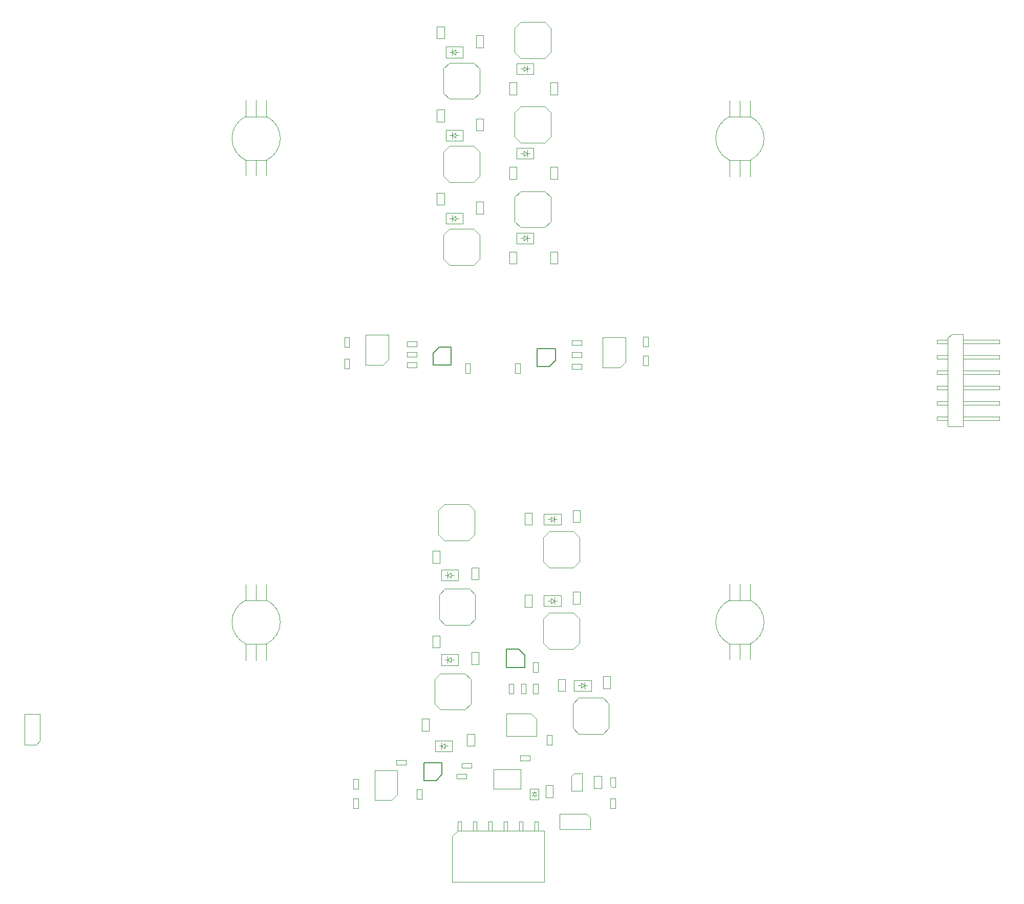
<source format=gbr>
G04 #@! TF.GenerationSoftware,KiCad,Pcbnew,5.1.5-52549c5~84~ubuntu18.04.1*
G04 #@! TF.CreationDate,2020-01-06T19:20:59-07:00*
G04 #@! TF.ProjectId,cob_3x3,636f625f-3378-4332-9e6b-696361645f70,rev?*
G04 #@! TF.SameCoordinates,Original*
G04 #@! TF.FileFunction,Other,Fab,Top*
%FSLAX46Y46*%
G04 Gerber Fmt 4.6, Leading zero omitted, Abs format (unit mm)*
G04 Created by KiCad (PCBNEW 5.1.5-52549c5~84~ubuntu18.04.1) date 2020-01-06 19:20:59*
%MOMM*%
%LPD*%
G04 APERTURE LIST*
%ADD10C,0.100000*%
%ADD11C,0.150000*%
G04 APERTURE END LIST*
D10*
X138309527Y-136374769D02*
G75*
G03X136000000Y-140000000I1690473J-3625231D01*
G01*
X138309527Y-143625231D02*
G75*
G02X136000000Y-140000000I1690473J3625231D01*
G01*
X141690473Y-143625231D02*
G75*
G03X144000000Y-140000000I-1690473J3625231D01*
G01*
X141690473Y-136374769D02*
G75*
G02X144000000Y-140000000I-1690473J-3625231D01*
G01*
X141800000Y-143600000D02*
X138200000Y-143600000D01*
X138200000Y-136400000D02*
X141800000Y-136400000D01*
X138300000Y-143600000D02*
X138300000Y-146200000D01*
X140000000Y-146200000D02*
X140000000Y-143600000D01*
X141700000Y-143600000D02*
X141700000Y-146200000D01*
X141700000Y-136400000D02*
X141700000Y-133700000D01*
X140000000Y-133700000D02*
X140000000Y-136400000D01*
X138300000Y-136400000D02*
X138300000Y-133700000D01*
X221690473Y-143625231D02*
G75*
G03X224000000Y-140000000I-1690473J3625231D01*
G01*
X221690473Y-136374769D02*
G75*
G02X224000000Y-140000000I-1690473J-3625231D01*
G01*
X218309527Y-136374769D02*
G75*
G03X216000000Y-140000000I1690473J-3625231D01*
G01*
X218309527Y-143625231D02*
G75*
G02X216000000Y-140000000I1690473J3625231D01*
G01*
X218200000Y-136400000D02*
X221800000Y-136400000D01*
X221800000Y-143600000D02*
X218200000Y-143600000D01*
X221700000Y-136400000D02*
X221700000Y-133800000D01*
X220000000Y-133800000D02*
X220000000Y-136400000D01*
X218300000Y-136400000D02*
X218300000Y-133800000D01*
X218300000Y-143600000D02*
X218300000Y-146300000D01*
X220000000Y-146300000D02*
X220000000Y-143600000D01*
X221700000Y-143600000D02*
X221700000Y-146300000D01*
X141690473Y-223625231D02*
G75*
G03X144000000Y-220000000I-1690473J3625231D01*
G01*
X141690473Y-216374769D02*
G75*
G02X144000000Y-220000000I-1690473J-3625231D01*
G01*
X138309527Y-216374769D02*
G75*
G03X136000000Y-220000000I1690473J-3625231D01*
G01*
X138309527Y-223625231D02*
G75*
G02X136000000Y-220000000I1690473J3625231D01*
G01*
X138200000Y-216400000D02*
X141800000Y-216400000D01*
X141800000Y-223600000D02*
X138200000Y-223600000D01*
X141700000Y-216400000D02*
X141700000Y-213800000D01*
X140000000Y-213800000D02*
X140000000Y-216400000D01*
X138300000Y-216400000D02*
X138300000Y-213800000D01*
X138300000Y-223600000D02*
X138300000Y-226300000D01*
X140000000Y-226300000D02*
X140000000Y-223600000D01*
X141700000Y-223600000D02*
X141700000Y-226300000D01*
X218309527Y-216374769D02*
G75*
G03X216000000Y-220000000I1690473J-3625231D01*
G01*
X218309527Y-223625231D02*
G75*
G02X216000000Y-220000000I1690473J3625231D01*
G01*
X221690473Y-223625231D02*
G75*
G03X224000000Y-220000000I-1690473J3625231D01*
G01*
X221690473Y-216374769D02*
G75*
G02X224000000Y-220000000I-1690473J-3625231D01*
G01*
X221800000Y-223600000D02*
X218200000Y-223600000D01*
X218200000Y-216400000D02*
X221800000Y-216400000D01*
X218300000Y-223600000D02*
X218300000Y-226200000D01*
X220000000Y-226200000D02*
X220000000Y-223600000D01*
X221700000Y-223600000D02*
X221700000Y-226200000D01*
X221700000Y-216400000D02*
X221700000Y-213700000D01*
X220000000Y-213700000D02*
X220000000Y-216400000D01*
X218300000Y-216400000D02*
X218300000Y-213700000D01*
X194635000Y-251730000D02*
X195270000Y-252365000D01*
X190190000Y-251730000D02*
X194635000Y-251730000D01*
X190190000Y-254270000D02*
X190190000Y-251730000D01*
X195270000Y-254270000D02*
X190190000Y-254270000D01*
X195270000Y-252365000D02*
X195270000Y-254270000D01*
D11*
X189500000Y-176750000D02*
X188500000Y-177750000D01*
X189500000Y-174750000D02*
X189500000Y-176750000D01*
X186500000Y-174750000D02*
X189500000Y-174750000D01*
X186500000Y-177750000D02*
X186500000Y-174750000D01*
X188500000Y-177750000D02*
X186500000Y-177750000D01*
D10*
X201080000Y-176975000D02*
X200140000Y-177915000D01*
X201080000Y-172955000D02*
X201080000Y-176975000D01*
X197320000Y-172955000D02*
X201080000Y-172955000D01*
X197320000Y-177915000D02*
X197320000Y-172955000D01*
X200140000Y-177915000D02*
X197320000Y-177915000D01*
D11*
X169250000Y-175500000D02*
X170250000Y-174500000D01*
X169250000Y-177500000D02*
X169250000Y-175500000D01*
X172250000Y-177500000D02*
X169250000Y-177500000D01*
X172250000Y-174500000D02*
X172250000Y-177500000D01*
X170250000Y-174500000D02*
X172250000Y-174500000D01*
D10*
X161880000Y-176540000D02*
X160940000Y-177480000D01*
X161880000Y-172520000D02*
X161880000Y-176540000D01*
X158120000Y-172520000D02*
X161880000Y-172520000D01*
X158120000Y-177480000D02*
X158120000Y-172520000D01*
X160940000Y-177480000D02*
X158120000Y-177480000D01*
D11*
X170750000Y-245250000D02*
X169750000Y-246250000D01*
X170750000Y-243250000D02*
X170750000Y-245250000D01*
X167750000Y-243250000D02*
X170750000Y-243250000D01*
X167750000Y-246250000D02*
X167750000Y-243250000D01*
X169750000Y-246250000D02*
X167750000Y-246250000D01*
D10*
X163380000Y-248540000D02*
X162440000Y-249480000D01*
X163380000Y-244520000D02*
X163380000Y-248540000D01*
X159620000Y-244520000D02*
X163380000Y-244520000D01*
X159620000Y-249480000D02*
X159620000Y-244520000D01*
X162440000Y-249480000D02*
X159620000Y-249480000D01*
D11*
X183400000Y-224500000D02*
X184400000Y-225500000D01*
X181400000Y-224500000D02*
X183400000Y-224500000D01*
X181400000Y-227500000D02*
X181400000Y-224500000D01*
X184400000Y-227500000D02*
X181400000Y-227500000D01*
X184400000Y-225500000D02*
X184400000Y-227500000D01*
D10*
X185440000Y-235120000D02*
X186380000Y-236060000D01*
X181420000Y-235120000D02*
X185440000Y-235120000D01*
X181420000Y-238880000D02*
X181420000Y-235120000D01*
X186380000Y-238880000D02*
X181420000Y-238880000D01*
X186380000Y-236060000D02*
X186380000Y-238880000D01*
X193880000Y-245050000D02*
X193880000Y-247950000D01*
X193880000Y-247950000D02*
X192120000Y-247950000D01*
X192120000Y-245500000D02*
X192120000Y-247950000D01*
X193880000Y-245050000D02*
X192570000Y-245050000D01*
X192120000Y-245500000D02*
X192570000Y-245050000D01*
X179250000Y-244400000D02*
X183750000Y-244400000D01*
X179250000Y-247600000D02*
X179250000Y-244400000D01*
X183750000Y-247600000D02*
X179250000Y-247600000D01*
X183750000Y-244400000D02*
X183750000Y-247600000D01*
X192200000Y-177350000D02*
X193800000Y-177350000D01*
X192200000Y-178150000D02*
X192200000Y-177350000D01*
X193800000Y-178150000D02*
X192200000Y-178150000D01*
X193800000Y-177350000D02*
X193800000Y-178150000D01*
X192200000Y-175400000D02*
X193800000Y-175400000D01*
X192200000Y-176200000D02*
X192200000Y-175400000D01*
X193800000Y-176200000D02*
X192200000Y-176200000D01*
X193800000Y-175400000D02*
X193800000Y-176200000D01*
X192200000Y-173400000D02*
X193800000Y-173400000D01*
X192200000Y-174200000D02*
X192200000Y-173400000D01*
X193800000Y-174200000D02*
X192200000Y-174200000D01*
X193800000Y-173400000D02*
X193800000Y-174200000D01*
X188650000Y-160750000D02*
X188650000Y-158750000D01*
X189850000Y-160750000D02*
X188650000Y-160750000D01*
X189850000Y-158750000D02*
X189850000Y-160750000D01*
X188650000Y-158750000D02*
X189850000Y-158750000D01*
X188650000Y-146750000D02*
X188650000Y-144750000D01*
X189850000Y-146750000D02*
X188650000Y-146750000D01*
X189850000Y-144750000D02*
X189850000Y-146750000D01*
X188650000Y-144750000D02*
X189850000Y-144750000D01*
X204800000Y-172800000D02*
X204800000Y-174400000D01*
X204000000Y-172800000D02*
X204800000Y-172800000D01*
X204000000Y-174400000D02*
X204000000Y-172800000D01*
X204800000Y-174400000D02*
X204000000Y-174400000D01*
X188650000Y-132750000D02*
X188650000Y-130750000D01*
X189850000Y-132750000D02*
X188650000Y-132750000D01*
X189850000Y-130750000D02*
X189850000Y-132750000D01*
X188650000Y-130750000D02*
X189850000Y-130750000D01*
X164950000Y-177100000D02*
X166550000Y-177100000D01*
X164950000Y-177900000D02*
X164950000Y-177100000D01*
X166550000Y-177900000D02*
X164950000Y-177900000D01*
X166550000Y-177100000D02*
X166550000Y-177900000D01*
X164950000Y-175350000D02*
X166550000Y-175350000D01*
X164950000Y-176150000D02*
X164950000Y-175350000D01*
X166550000Y-176150000D02*
X164950000Y-176150000D01*
X166550000Y-175350000D02*
X166550000Y-176150000D01*
X164950000Y-173600000D02*
X166550000Y-173600000D01*
X164950000Y-174400000D02*
X164950000Y-173600000D01*
X166550000Y-174400000D02*
X164950000Y-174400000D01*
X166550000Y-173600000D02*
X166550000Y-174400000D01*
X171100000Y-121500000D02*
X171100000Y-123500000D01*
X169900000Y-121500000D02*
X171100000Y-121500000D01*
X169900000Y-123500000D02*
X169900000Y-121500000D01*
X171100000Y-123500000D02*
X169900000Y-123500000D01*
X171100000Y-135250000D02*
X171100000Y-137250000D01*
X169900000Y-135250000D02*
X171100000Y-135250000D01*
X169900000Y-137250000D02*
X169900000Y-135250000D01*
X171100000Y-137250000D02*
X169900000Y-137250000D01*
X154600000Y-174550000D02*
X154600000Y-172950000D01*
X155400000Y-174550000D02*
X154600000Y-174550000D01*
X155400000Y-172950000D02*
X155400000Y-174550000D01*
X154600000Y-172950000D02*
X155400000Y-172950000D01*
X171100000Y-149000000D02*
X171100000Y-151000000D01*
X169900000Y-149000000D02*
X171100000Y-149000000D01*
X169900000Y-151000000D02*
X169900000Y-149000000D01*
X171100000Y-151000000D02*
X169900000Y-151000000D01*
X173200000Y-245100000D02*
X174800000Y-245100000D01*
X173200000Y-245900000D02*
X173200000Y-245100000D01*
X174800000Y-245900000D02*
X173200000Y-245900000D01*
X174800000Y-245100000D02*
X174800000Y-245900000D01*
X173987500Y-243350000D02*
X175587500Y-243350000D01*
X173987500Y-244150000D02*
X173987500Y-243350000D01*
X175587500Y-244150000D02*
X173987500Y-244150000D01*
X175587500Y-243350000D02*
X175587500Y-244150000D01*
X164800000Y-243650000D02*
X163200000Y-243650000D01*
X164800000Y-242850000D02*
X164800000Y-243650000D01*
X163200000Y-242850000D02*
X164800000Y-242850000D01*
X163200000Y-243650000D02*
X163200000Y-242850000D01*
X168600000Y-236000000D02*
X168600000Y-238000000D01*
X167400000Y-236000000D02*
X168600000Y-236000000D01*
X167400000Y-238000000D02*
X167400000Y-236000000D01*
X168600000Y-238000000D02*
X167400000Y-238000000D01*
X170350000Y-222250000D02*
X170350000Y-224250000D01*
X169150000Y-222250000D02*
X170350000Y-222250000D01*
X169150000Y-224250000D02*
X169150000Y-222250000D01*
X170350000Y-224250000D02*
X169150000Y-224250000D01*
X156100000Y-247550000D02*
X156100000Y-245950000D01*
X156900000Y-247550000D02*
X156100000Y-247550000D01*
X156900000Y-245950000D02*
X156900000Y-247550000D01*
X156100000Y-245950000D02*
X156900000Y-245950000D01*
X170350000Y-208250000D02*
X170350000Y-210250000D01*
X169150000Y-208250000D02*
X170350000Y-208250000D01*
X169150000Y-210250000D02*
X169150000Y-208250000D01*
X170350000Y-210250000D02*
X169150000Y-210250000D01*
X186600000Y-230200000D02*
X186600000Y-231800000D01*
X185800000Y-230200000D02*
X186600000Y-230200000D01*
X185800000Y-231800000D02*
X185800000Y-230200000D01*
X186600000Y-231800000D02*
X185800000Y-231800000D01*
X184600000Y-230200000D02*
X184600000Y-231800000D01*
X183800000Y-230200000D02*
X184600000Y-230200000D01*
X183800000Y-231800000D02*
X183800000Y-230200000D01*
X184600000Y-231800000D02*
X183800000Y-231800000D01*
X182600000Y-230200000D02*
X182600000Y-231800000D01*
X181800000Y-230200000D02*
X182600000Y-230200000D01*
X181800000Y-231800000D02*
X181800000Y-230200000D01*
X182600000Y-231800000D02*
X181800000Y-231800000D01*
X193600000Y-201500000D02*
X193600000Y-203500000D01*
X192400000Y-201500000D02*
X193600000Y-201500000D01*
X192400000Y-203500000D02*
X192400000Y-201500000D01*
X193600000Y-203500000D02*
X192400000Y-203500000D01*
X198600000Y-250800000D02*
X198600000Y-249200000D01*
X199400000Y-250800000D02*
X198600000Y-250800000D01*
X199400000Y-249200000D02*
X199400000Y-250800000D01*
X198600000Y-249200000D02*
X199400000Y-249200000D01*
X193600000Y-215000000D02*
X193600000Y-217000000D01*
X192400000Y-215000000D02*
X193600000Y-215000000D01*
X192400000Y-217000000D02*
X192400000Y-215000000D01*
X193600000Y-217000000D02*
X192400000Y-217000000D01*
X185300000Y-242900000D02*
X183700000Y-242900000D01*
X185300000Y-242100000D02*
X185300000Y-242900000D01*
X183700000Y-242100000D02*
X185300000Y-242100000D01*
X183700000Y-242900000D02*
X183700000Y-242100000D01*
X198600000Y-229000000D02*
X198600000Y-231000000D01*
X197400000Y-229000000D02*
X198600000Y-229000000D01*
X197400000Y-231000000D02*
X197400000Y-229000000D01*
X198600000Y-231000000D02*
X197400000Y-231000000D01*
X187750000Y-148750000D02*
X185750000Y-148750000D01*
X188750000Y-149750000D02*
X187750000Y-148750000D01*
X188750000Y-151750000D02*
X188750000Y-149750000D01*
X183750000Y-148750000D02*
X185750000Y-148750000D01*
X182750000Y-149750000D02*
X183750000Y-148750000D01*
X182750000Y-151750000D02*
X182750000Y-149750000D01*
X183750000Y-154750000D02*
X185750000Y-154750000D01*
X182750000Y-153750000D02*
X183750000Y-154750000D01*
X182750000Y-151750000D02*
X182750000Y-153750000D01*
X187750000Y-154750000D02*
X185750000Y-154750000D01*
X188750000Y-153750000D02*
X187750000Y-154750000D01*
X188750000Y-151750000D02*
X188750000Y-153750000D01*
X187750000Y-134750000D02*
X185750000Y-134750000D01*
X188750000Y-135750000D02*
X187750000Y-134750000D01*
X188750000Y-137750000D02*
X188750000Y-135750000D01*
X183750000Y-134750000D02*
X185750000Y-134750000D01*
X182750000Y-135750000D02*
X183750000Y-134750000D01*
X182750000Y-137750000D02*
X182750000Y-135750000D01*
X183750000Y-140750000D02*
X185750000Y-140750000D01*
X182750000Y-139750000D02*
X183750000Y-140750000D01*
X182750000Y-137750000D02*
X182750000Y-139750000D01*
X187750000Y-140750000D02*
X185750000Y-140750000D01*
X188750000Y-139750000D02*
X187750000Y-140750000D01*
X188750000Y-137750000D02*
X188750000Y-139750000D01*
X187750000Y-120750000D02*
X185750000Y-120750000D01*
X188750000Y-121750000D02*
X187750000Y-120750000D01*
X188750000Y-123750000D02*
X188750000Y-121750000D01*
X183750000Y-120750000D02*
X185750000Y-120750000D01*
X182750000Y-121750000D02*
X183750000Y-120750000D01*
X182750000Y-123750000D02*
X182750000Y-121750000D01*
X183750000Y-126750000D02*
X185750000Y-126750000D01*
X182750000Y-125750000D02*
X183750000Y-126750000D01*
X182750000Y-123750000D02*
X182750000Y-125750000D01*
X187750000Y-126750000D02*
X185750000Y-126750000D01*
X188750000Y-125750000D02*
X187750000Y-126750000D01*
X188750000Y-123750000D02*
X188750000Y-125750000D01*
X172000000Y-133500000D02*
X174000000Y-133500000D01*
X171000000Y-132500000D02*
X172000000Y-133500000D01*
X171000000Y-130500000D02*
X171000000Y-132500000D01*
X176000000Y-133500000D02*
X174000000Y-133500000D01*
X177000000Y-132500000D02*
X176000000Y-133500000D01*
X177000000Y-130500000D02*
X177000000Y-132500000D01*
X176000000Y-127500000D02*
X174000000Y-127500000D01*
X177000000Y-128500000D02*
X176000000Y-127500000D01*
X177000000Y-130500000D02*
X177000000Y-128500000D01*
X172000000Y-127500000D02*
X174000000Y-127500000D01*
X171000000Y-128500000D02*
X172000000Y-127500000D01*
X171000000Y-130500000D02*
X171000000Y-128500000D01*
X172000000Y-147250000D02*
X174000000Y-147250000D01*
X171000000Y-146250000D02*
X172000000Y-147250000D01*
X171000000Y-144250000D02*
X171000000Y-146250000D01*
X176000000Y-147250000D02*
X174000000Y-147250000D01*
X177000000Y-146250000D02*
X176000000Y-147250000D01*
X177000000Y-144250000D02*
X177000000Y-146250000D01*
X176000000Y-141250000D02*
X174000000Y-141250000D01*
X177000000Y-142250000D02*
X176000000Y-141250000D01*
X177000000Y-144250000D02*
X177000000Y-142250000D01*
X172000000Y-141250000D02*
X174000000Y-141250000D01*
X171000000Y-142250000D02*
X172000000Y-141250000D01*
X171000000Y-144250000D02*
X171000000Y-142250000D01*
X172000000Y-161000000D02*
X174000000Y-161000000D01*
X171000000Y-160000000D02*
X172000000Y-161000000D01*
X171000000Y-158000000D02*
X171000000Y-160000000D01*
X176000000Y-161000000D02*
X174000000Y-161000000D01*
X177000000Y-160000000D02*
X176000000Y-161000000D01*
X177000000Y-158000000D02*
X177000000Y-160000000D01*
X176000000Y-155000000D02*
X174000000Y-155000000D01*
X177000000Y-156000000D02*
X176000000Y-155000000D01*
X177000000Y-158000000D02*
X177000000Y-156000000D01*
X172000000Y-155000000D02*
X174000000Y-155000000D01*
X171000000Y-156000000D02*
X172000000Y-155000000D01*
X171000000Y-158000000D02*
X171000000Y-156000000D01*
X170500000Y-234500000D02*
X172500000Y-234500000D01*
X169500000Y-233500000D02*
X170500000Y-234500000D01*
X169500000Y-231500000D02*
X169500000Y-233500000D01*
X174500000Y-234500000D02*
X172500000Y-234500000D01*
X175500000Y-233500000D02*
X174500000Y-234500000D01*
X175500000Y-231500000D02*
X175500000Y-233500000D01*
X174500000Y-228500000D02*
X172500000Y-228500000D01*
X175500000Y-229500000D02*
X174500000Y-228500000D01*
X175500000Y-231500000D02*
X175500000Y-229500000D01*
X170500000Y-228500000D02*
X172500000Y-228500000D01*
X169500000Y-229500000D02*
X170500000Y-228500000D01*
X169500000Y-231500000D02*
X169500000Y-229500000D01*
X171250000Y-220500000D02*
X173250000Y-220500000D01*
X170250000Y-219500000D02*
X171250000Y-220500000D01*
X170250000Y-217500000D02*
X170250000Y-219500000D01*
X175250000Y-220500000D02*
X173250000Y-220500000D01*
X176250000Y-219500000D02*
X175250000Y-220500000D01*
X176250000Y-217500000D02*
X176250000Y-219500000D01*
X175250000Y-214500000D02*
X173250000Y-214500000D01*
X176250000Y-215500000D02*
X175250000Y-214500000D01*
X176250000Y-217500000D02*
X176250000Y-215500000D01*
X171250000Y-214500000D02*
X173250000Y-214500000D01*
X170250000Y-215500000D02*
X171250000Y-214500000D01*
X170250000Y-217500000D02*
X170250000Y-215500000D01*
X171150000Y-206500000D02*
X173150000Y-206500000D01*
X170150000Y-205500000D02*
X171150000Y-206500000D01*
X170150000Y-203500000D02*
X170150000Y-205500000D01*
X175150000Y-206500000D02*
X173150000Y-206500000D01*
X176150000Y-205500000D02*
X175150000Y-206500000D01*
X176150000Y-203500000D02*
X176150000Y-205500000D01*
X175150000Y-200500000D02*
X173150000Y-200500000D01*
X176150000Y-201500000D02*
X175150000Y-200500000D01*
X176150000Y-203500000D02*
X176150000Y-201500000D01*
X171150000Y-200500000D02*
X173150000Y-200500000D01*
X170150000Y-201500000D02*
X171150000Y-200500000D01*
X170150000Y-203500000D02*
X170150000Y-201500000D01*
X192500000Y-205000000D02*
X190500000Y-205000000D01*
X193500000Y-206000000D02*
X192500000Y-205000000D01*
X193500000Y-208000000D02*
X193500000Y-206000000D01*
X188500000Y-205000000D02*
X190500000Y-205000000D01*
X187500000Y-206000000D02*
X188500000Y-205000000D01*
X187500000Y-208000000D02*
X187500000Y-206000000D01*
X188500000Y-211000000D02*
X190500000Y-211000000D01*
X187500000Y-210000000D02*
X188500000Y-211000000D01*
X187500000Y-208000000D02*
X187500000Y-210000000D01*
X192500000Y-211000000D02*
X190500000Y-211000000D01*
X193500000Y-210000000D02*
X192500000Y-211000000D01*
X193500000Y-208000000D02*
X193500000Y-210000000D01*
X192500000Y-218500000D02*
X190500000Y-218500000D01*
X193500000Y-219500000D02*
X192500000Y-218500000D01*
X193500000Y-221500000D02*
X193500000Y-219500000D01*
X188500000Y-218500000D02*
X190500000Y-218500000D01*
X187500000Y-219500000D02*
X188500000Y-218500000D01*
X187500000Y-221500000D02*
X187500000Y-219500000D01*
X188500000Y-224500000D02*
X190500000Y-224500000D01*
X187500000Y-223500000D02*
X188500000Y-224500000D01*
X187500000Y-221500000D02*
X187500000Y-223500000D01*
X192500000Y-224500000D02*
X190500000Y-224500000D01*
X193500000Y-223500000D02*
X192500000Y-224500000D01*
X193500000Y-221500000D02*
X193500000Y-223500000D01*
X197350000Y-232500000D02*
X195350000Y-232500000D01*
X198350000Y-233500000D02*
X197350000Y-232500000D01*
X198350000Y-235500000D02*
X198350000Y-233500000D01*
X193350000Y-232500000D02*
X195350000Y-232500000D01*
X192350000Y-233500000D02*
X193350000Y-232500000D01*
X192350000Y-235500000D02*
X192350000Y-233500000D01*
X193350000Y-238500000D02*
X195350000Y-238500000D01*
X192350000Y-237500000D02*
X193350000Y-238500000D01*
X192350000Y-235500000D02*
X192350000Y-237500000D01*
X197350000Y-238500000D02*
X195350000Y-238500000D01*
X198350000Y-237500000D02*
X197350000Y-238500000D01*
X198350000Y-235500000D02*
X198350000Y-237500000D01*
X256930000Y-186670000D02*
X262930000Y-186670000D01*
X262930000Y-186030000D02*
X262930000Y-186670000D01*
X256930000Y-186030000D02*
X262930000Y-186030000D01*
X252570000Y-186670000D02*
X254390000Y-186670000D01*
X252570000Y-186030000D02*
X252570000Y-186670000D01*
X252570000Y-186030000D02*
X254390000Y-186030000D01*
X256930000Y-184130000D02*
X262930000Y-184130000D01*
X262930000Y-183490000D02*
X262930000Y-184130000D01*
X256930000Y-183490000D02*
X262930000Y-183490000D01*
X252570000Y-184130000D02*
X254390000Y-184130000D01*
X252570000Y-183490000D02*
X252570000Y-184130000D01*
X252570000Y-183490000D02*
X254390000Y-183490000D01*
X256930000Y-181590000D02*
X262930000Y-181590000D01*
X262930000Y-180950000D02*
X262930000Y-181590000D01*
X256930000Y-180950000D02*
X262930000Y-180950000D01*
X252570000Y-181590000D02*
X254390000Y-181590000D01*
X252570000Y-180950000D02*
X252570000Y-181590000D01*
X252570000Y-180950000D02*
X254390000Y-180950000D01*
X256930000Y-179050000D02*
X262930000Y-179050000D01*
X262930000Y-178410000D02*
X262930000Y-179050000D01*
X256930000Y-178410000D02*
X262930000Y-178410000D01*
X252570000Y-179050000D02*
X254390000Y-179050000D01*
X252570000Y-178410000D02*
X252570000Y-179050000D01*
X252570000Y-178410000D02*
X254390000Y-178410000D01*
X256930000Y-176510000D02*
X262930000Y-176510000D01*
X262930000Y-175870000D02*
X262930000Y-176510000D01*
X256930000Y-175870000D02*
X262930000Y-175870000D01*
X252570000Y-176510000D02*
X254390000Y-176510000D01*
X252570000Y-175870000D02*
X252570000Y-176510000D01*
X252570000Y-175870000D02*
X254390000Y-175870000D01*
X256930000Y-173970000D02*
X262930000Y-173970000D01*
X262930000Y-173330000D02*
X262930000Y-173970000D01*
X256930000Y-173330000D02*
X262930000Y-173330000D01*
X252570000Y-173970000D02*
X254390000Y-173970000D01*
X252570000Y-173330000D02*
X252570000Y-173970000D01*
X252570000Y-173330000D02*
X254390000Y-173330000D01*
X254390000Y-173015000D02*
X255025000Y-172380000D01*
X254390000Y-187620000D02*
X254390000Y-173015000D01*
X256930000Y-187620000D02*
X254390000Y-187620000D01*
X256930000Y-172380000D02*
X256930000Y-187620000D01*
X255025000Y-172380000D02*
X256930000Y-172380000D01*
X186650000Y-253000000D02*
X186050000Y-253000000D01*
X186650000Y-254520000D02*
X186650000Y-253000000D01*
X186050000Y-253000000D02*
X186050000Y-254520000D01*
X184110000Y-253000000D02*
X183510000Y-253000000D01*
X184110000Y-254520000D02*
X184110000Y-253000000D01*
X183510000Y-253000000D02*
X183510000Y-254520000D01*
X181570000Y-253000000D02*
X180970000Y-253000000D01*
X181570000Y-254520000D02*
X181570000Y-253000000D01*
X180970000Y-253000000D02*
X180970000Y-254520000D01*
X179030000Y-253000000D02*
X178430000Y-253000000D01*
X179030000Y-254520000D02*
X179030000Y-253000000D01*
X178430000Y-253000000D02*
X178430000Y-254520000D01*
X176490000Y-253000000D02*
X175890000Y-253000000D01*
X176490000Y-254520000D02*
X176490000Y-253000000D01*
X175890000Y-253000000D02*
X175890000Y-254520000D01*
X173950000Y-253000000D02*
X173350000Y-253000000D01*
X173950000Y-254520000D02*
X173950000Y-253000000D01*
X173350000Y-253000000D02*
X173350000Y-254520000D01*
X187620000Y-263030000D02*
X172380000Y-263030000D01*
X187620000Y-254520000D02*
X187620000Y-263030000D01*
X173350000Y-254520000D02*
X187620000Y-254520000D01*
X172380000Y-255490000D02*
X173350000Y-254520000D01*
X172380000Y-263030000D02*
X172380000Y-255490000D01*
X104270000Y-239635000D02*
X103635000Y-240270000D01*
X104270000Y-235190000D02*
X104270000Y-239635000D01*
X101730000Y-235190000D02*
X104270000Y-235190000D01*
X101730000Y-240270000D02*
X101730000Y-235190000D01*
X103635000Y-240270000D02*
X101730000Y-240270000D01*
X185900000Y-157400000D02*
X183100000Y-157400000D01*
X183100000Y-157400000D02*
X183100000Y-155600000D01*
X183100000Y-155600000D02*
X185900000Y-155600000D01*
X185900000Y-155600000D02*
X185900000Y-157400000D01*
X185250000Y-156500000D02*
X184850000Y-156500000D01*
X184850000Y-156500000D02*
X184850000Y-157050000D01*
X184850000Y-156500000D02*
X184850000Y-155950000D01*
X184850000Y-156500000D02*
X184250000Y-156900000D01*
X184250000Y-156900000D02*
X184250000Y-156100000D01*
X184250000Y-156100000D02*
X184850000Y-156500000D01*
X184250000Y-156500000D02*
X183750000Y-156500000D01*
X185900000Y-143400000D02*
X183100000Y-143400000D01*
X183100000Y-143400000D02*
X183100000Y-141600000D01*
X183100000Y-141600000D02*
X185900000Y-141600000D01*
X185900000Y-141600000D02*
X185900000Y-143400000D01*
X185250000Y-142500000D02*
X184850000Y-142500000D01*
X184850000Y-142500000D02*
X184850000Y-143050000D01*
X184850000Y-142500000D02*
X184850000Y-141950000D01*
X184850000Y-142500000D02*
X184250000Y-142900000D01*
X184250000Y-142900000D02*
X184250000Y-142100000D01*
X184250000Y-142100000D02*
X184850000Y-142500000D01*
X184250000Y-142500000D02*
X183750000Y-142500000D01*
X185900000Y-129400000D02*
X183100000Y-129400000D01*
X183100000Y-129400000D02*
X183100000Y-127600000D01*
X183100000Y-127600000D02*
X185900000Y-127600000D01*
X185900000Y-127600000D02*
X185900000Y-129400000D01*
X185250000Y-128500000D02*
X184850000Y-128500000D01*
X184850000Y-128500000D02*
X184850000Y-129050000D01*
X184850000Y-128500000D02*
X184850000Y-127950000D01*
X184850000Y-128500000D02*
X184250000Y-128900000D01*
X184250000Y-128900000D02*
X184250000Y-128100000D01*
X184250000Y-128100000D02*
X184850000Y-128500000D01*
X184250000Y-128500000D02*
X183750000Y-128500000D01*
X171350000Y-124850000D02*
X174150000Y-124850000D01*
X174150000Y-124850000D02*
X174150000Y-126650000D01*
X174150000Y-126650000D02*
X171350000Y-126650000D01*
X171350000Y-126650000D02*
X171350000Y-124850000D01*
X172000000Y-125750000D02*
X172400000Y-125750000D01*
X172400000Y-125750000D02*
X172400000Y-125200000D01*
X172400000Y-125750000D02*
X172400000Y-126300000D01*
X172400000Y-125750000D02*
X173000000Y-125350000D01*
X173000000Y-125350000D02*
X173000000Y-126150000D01*
X173000000Y-126150000D02*
X172400000Y-125750000D01*
X173000000Y-125750000D02*
X173500000Y-125750000D01*
X171350000Y-138600000D02*
X174150000Y-138600000D01*
X174150000Y-138600000D02*
X174150000Y-140400000D01*
X174150000Y-140400000D02*
X171350000Y-140400000D01*
X171350000Y-140400000D02*
X171350000Y-138600000D01*
X172000000Y-139500000D02*
X172400000Y-139500000D01*
X172400000Y-139500000D02*
X172400000Y-138950000D01*
X172400000Y-139500000D02*
X172400000Y-140050000D01*
X172400000Y-139500000D02*
X173000000Y-139100000D01*
X173000000Y-139100000D02*
X173000000Y-139900000D01*
X173000000Y-139900000D02*
X172400000Y-139500000D01*
X173000000Y-139500000D02*
X173500000Y-139500000D01*
X171350000Y-152350000D02*
X174150000Y-152350000D01*
X174150000Y-152350000D02*
X174150000Y-154150000D01*
X174150000Y-154150000D02*
X171350000Y-154150000D01*
X171350000Y-154150000D02*
X171350000Y-152350000D01*
X172000000Y-153250000D02*
X172400000Y-153250000D01*
X172400000Y-153250000D02*
X172400000Y-152700000D01*
X172400000Y-153250000D02*
X172400000Y-153800000D01*
X172400000Y-153250000D02*
X173000000Y-152850000D01*
X173000000Y-152850000D02*
X173000000Y-153650000D01*
X173000000Y-153650000D02*
X172400000Y-153250000D01*
X173000000Y-153250000D02*
X173500000Y-153250000D01*
X199400000Y-245700000D02*
X198600000Y-245700000D01*
X199400000Y-247300000D02*
X199400000Y-245700000D01*
X198900000Y-247300000D02*
X199400000Y-247300000D01*
X198600000Y-247000000D02*
X198900000Y-247300000D01*
X198600000Y-245700000D02*
X198600000Y-247000000D01*
X186700000Y-247600000D02*
X186700000Y-249400000D01*
X186700000Y-249400000D02*
X185300000Y-249400000D01*
X185300000Y-249400000D02*
X185300000Y-247600000D01*
X185300000Y-247600000D02*
X186700000Y-247600000D01*
X186350000Y-248200000D02*
X185650000Y-248200000D01*
X186000000Y-248200000D02*
X186000000Y-248000000D01*
X186000000Y-248200000D02*
X186350000Y-248700000D01*
X186350000Y-248700000D02*
X185650000Y-248700000D01*
X185650000Y-248700000D02*
X186000000Y-248200000D01*
X186000000Y-248700000D02*
X186000000Y-248950000D01*
X169600000Y-239600000D02*
X172400000Y-239600000D01*
X172400000Y-239600000D02*
X172400000Y-241400000D01*
X172400000Y-241400000D02*
X169600000Y-241400000D01*
X169600000Y-241400000D02*
X169600000Y-239600000D01*
X170250000Y-240500000D02*
X170650000Y-240500000D01*
X170650000Y-240500000D02*
X170650000Y-239950000D01*
X170650000Y-240500000D02*
X170650000Y-241050000D01*
X170650000Y-240500000D02*
X171250000Y-240100000D01*
X171250000Y-240100000D02*
X171250000Y-240900000D01*
X171250000Y-240900000D02*
X170650000Y-240500000D01*
X171250000Y-240500000D02*
X171750000Y-240500000D01*
X170600000Y-225350000D02*
X173400000Y-225350000D01*
X173400000Y-225350000D02*
X173400000Y-227150000D01*
X173400000Y-227150000D02*
X170600000Y-227150000D01*
X170600000Y-227150000D02*
X170600000Y-225350000D01*
X171250000Y-226250000D02*
X171650000Y-226250000D01*
X171650000Y-226250000D02*
X171650000Y-225700000D01*
X171650000Y-226250000D02*
X171650000Y-226800000D01*
X171650000Y-226250000D02*
X172250000Y-225850000D01*
X172250000Y-225850000D02*
X172250000Y-226650000D01*
X172250000Y-226650000D02*
X171650000Y-226250000D01*
X172250000Y-226250000D02*
X172750000Y-226250000D01*
X170600000Y-211350000D02*
X173400000Y-211350000D01*
X173400000Y-211350000D02*
X173400000Y-213150000D01*
X173400000Y-213150000D02*
X170600000Y-213150000D01*
X170600000Y-213150000D02*
X170600000Y-211350000D01*
X171250000Y-212250000D02*
X171650000Y-212250000D01*
X171650000Y-212250000D02*
X171650000Y-211700000D01*
X171650000Y-212250000D02*
X171650000Y-212800000D01*
X171650000Y-212250000D02*
X172250000Y-211850000D01*
X172250000Y-211850000D02*
X172250000Y-212650000D01*
X172250000Y-212650000D02*
X171650000Y-212250000D01*
X172250000Y-212250000D02*
X172750000Y-212250000D01*
X190400000Y-203900000D02*
X187600000Y-203900000D01*
X187600000Y-203900000D02*
X187600000Y-202100000D01*
X187600000Y-202100000D02*
X190400000Y-202100000D01*
X190400000Y-202100000D02*
X190400000Y-203900000D01*
X189750000Y-203000000D02*
X189350000Y-203000000D01*
X189350000Y-203000000D02*
X189350000Y-203550000D01*
X189350000Y-203000000D02*
X189350000Y-202450000D01*
X189350000Y-203000000D02*
X188750000Y-203400000D01*
X188750000Y-203400000D02*
X188750000Y-202600000D01*
X188750000Y-202600000D02*
X189350000Y-203000000D01*
X188750000Y-203000000D02*
X188250000Y-203000000D01*
X190400000Y-217400000D02*
X187600000Y-217400000D01*
X187600000Y-217400000D02*
X187600000Y-215600000D01*
X187600000Y-215600000D02*
X190400000Y-215600000D01*
X190400000Y-215600000D02*
X190400000Y-217400000D01*
X189750000Y-216500000D02*
X189350000Y-216500000D01*
X189350000Y-216500000D02*
X189350000Y-217050000D01*
X189350000Y-216500000D02*
X189350000Y-215950000D01*
X189350000Y-216500000D02*
X188750000Y-216900000D01*
X188750000Y-216900000D02*
X188750000Y-216100000D01*
X188750000Y-216100000D02*
X189350000Y-216500000D01*
X188750000Y-216500000D02*
X188250000Y-216500000D01*
X195400000Y-231400000D02*
X192600000Y-231400000D01*
X192600000Y-231400000D02*
X192600000Y-229600000D01*
X192600000Y-229600000D02*
X195400000Y-229600000D01*
X195400000Y-229600000D02*
X195400000Y-231400000D01*
X194750000Y-230500000D02*
X194350000Y-230500000D01*
X194350000Y-230500000D02*
X194350000Y-231050000D01*
X194350000Y-230500000D02*
X194350000Y-229950000D01*
X194350000Y-230500000D02*
X193750000Y-230900000D01*
X193750000Y-230900000D02*
X193750000Y-230100000D01*
X193750000Y-230100000D02*
X194350000Y-230500000D01*
X193750000Y-230500000D02*
X193250000Y-230500000D01*
X182850000Y-178800000D02*
X182850000Y-177200000D01*
X183650000Y-178800000D02*
X182850000Y-178800000D01*
X183650000Y-177200000D02*
X183650000Y-178800000D01*
X182850000Y-177200000D02*
X183650000Y-177200000D01*
X204800000Y-176000000D02*
X204800000Y-177600000D01*
X204000000Y-176000000D02*
X204800000Y-176000000D01*
X204000000Y-177600000D02*
X204000000Y-176000000D01*
X204800000Y-177600000D02*
X204000000Y-177600000D01*
X181900000Y-160750000D02*
X181900000Y-158750000D01*
X183100000Y-160750000D02*
X181900000Y-160750000D01*
X183100000Y-158750000D02*
X183100000Y-160750000D01*
X181900000Y-158750000D02*
X183100000Y-158750000D01*
X181900000Y-146750000D02*
X181900000Y-144750000D01*
X183100000Y-146750000D02*
X181900000Y-146750000D01*
X183100000Y-144750000D02*
X183100000Y-146750000D01*
X181900000Y-144750000D02*
X183100000Y-144750000D01*
X181900000Y-132750000D02*
X181900000Y-130750000D01*
X183100000Y-132750000D02*
X181900000Y-132750000D01*
X183100000Y-130750000D02*
X183100000Y-132750000D01*
X181900000Y-130750000D02*
X183100000Y-130750000D01*
X154600000Y-178050000D02*
X154600000Y-176450000D01*
X155400000Y-178050000D02*
X154600000Y-178050000D01*
X155400000Y-176450000D02*
X155400000Y-178050000D01*
X154600000Y-176450000D02*
X155400000Y-176450000D01*
X175400000Y-177200000D02*
X175400000Y-178800000D01*
X174600000Y-177200000D02*
X175400000Y-177200000D01*
X174600000Y-178800000D02*
X174600000Y-177200000D01*
X175400000Y-178800000D02*
X174600000Y-178800000D01*
X177600000Y-123000000D02*
X177600000Y-125000000D01*
X176400000Y-123000000D02*
X177600000Y-123000000D01*
X176400000Y-125000000D02*
X176400000Y-123000000D01*
X177600000Y-125000000D02*
X176400000Y-125000000D01*
X177600000Y-136750000D02*
X177600000Y-138750000D01*
X176400000Y-136750000D02*
X177600000Y-136750000D01*
X176400000Y-138750000D02*
X176400000Y-136750000D01*
X177600000Y-138750000D02*
X176400000Y-138750000D01*
X177600000Y-150500000D02*
X177600000Y-152500000D01*
X176400000Y-150500000D02*
X177600000Y-150500000D01*
X176400000Y-152500000D02*
X176400000Y-150500000D01*
X177600000Y-152500000D02*
X176400000Y-152500000D01*
X166600000Y-249300000D02*
X166600000Y-247700000D01*
X167400000Y-249300000D02*
X166600000Y-249300000D01*
X167400000Y-247700000D02*
X167400000Y-249300000D01*
X166600000Y-247700000D02*
X167400000Y-247700000D01*
X156100000Y-250800000D02*
X156100000Y-249200000D01*
X156900000Y-250800000D02*
X156100000Y-250800000D01*
X156900000Y-249200000D02*
X156900000Y-250800000D01*
X156100000Y-249200000D02*
X156900000Y-249200000D01*
X174900000Y-240500000D02*
X174900000Y-238500000D01*
X176100000Y-240500000D02*
X174900000Y-240500000D01*
X176100000Y-238500000D02*
X176100000Y-240500000D01*
X174900000Y-238500000D02*
X176100000Y-238500000D01*
X175650000Y-227000000D02*
X175650000Y-225000000D01*
X176850000Y-227000000D02*
X175650000Y-227000000D01*
X176850000Y-225000000D02*
X176850000Y-227000000D01*
X175650000Y-225000000D02*
X176850000Y-225000000D01*
X175650000Y-213000000D02*
X175650000Y-211000000D01*
X176850000Y-213000000D02*
X175650000Y-213000000D01*
X176850000Y-211000000D02*
X176850000Y-213000000D01*
X175650000Y-211000000D02*
X176850000Y-211000000D01*
X188900000Y-238700000D02*
X188900000Y-240300000D01*
X188100000Y-238700000D02*
X188900000Y-238700000D01*
X188100000Y-240300000D02*
X188100000Y-238700000D01*
X188900000Y-240300000D02*
X188100000Y-240300000D01*
X186600000Y-226700000D02*
X186600000Y-228300000D01*
X185800000Y-226700000D02*
X186600000Y-226700000D01*
X185800000Y-228300000D02*
X185800000Y-226700000D01*
X186600000Y-228300000D02*
X185800000Y-228300000D01*
X195900000Y-247500000D02*
X195900000Y-245500000D01*
X197100000Y-247500000D02*
X195900000Y-247500000D01*
X197100000Y-245500000D02*
X197100000Y-247500000D01*
X195900000Y-245500000D02*
X197100000Y-245500000D01*
X185600000Y-201937500D02*
X185600000Y-203937500D01*
X184400000Y-201937500D02*
X185600000Y-201937500D01*
X184400000Y-203937500D02*
X184400000Y-201937500D01*
X185600000Y-203937500D02*
X184400000Y-203937500D01*
X185600000Y-215500000D02*
X185600000Y-217500000D01*
X184400000Y-215500000D02*
X185600000Y-215500000D01*
X184400000Y-217500000D02*
X184400000Y-215500000D01*
X185600000Y-217500000D02*
X184400000Y-217500000D01*
X191100000Y-229437500D02*
X191100000Y-231437500D01*
X189900000Y-229437500D02*
X191100000Y-229437500D01*
X189900000Y-231437500D02*
X189900000Y-229437500D01*
X191100000Y-231437500D02*
X189900000Y-231437500D01*
X187900000Y-249000000D02*
X187900000Y-247000000D01*
X189100000Y-249000000D02*
X187900000Y-249000000D01*
X189100000Y-247000000D02*
X189100000Y-249000000D01*
X187900000Y-247000000D02*
X189100000Y-247000000D01*
M02*

</source>
